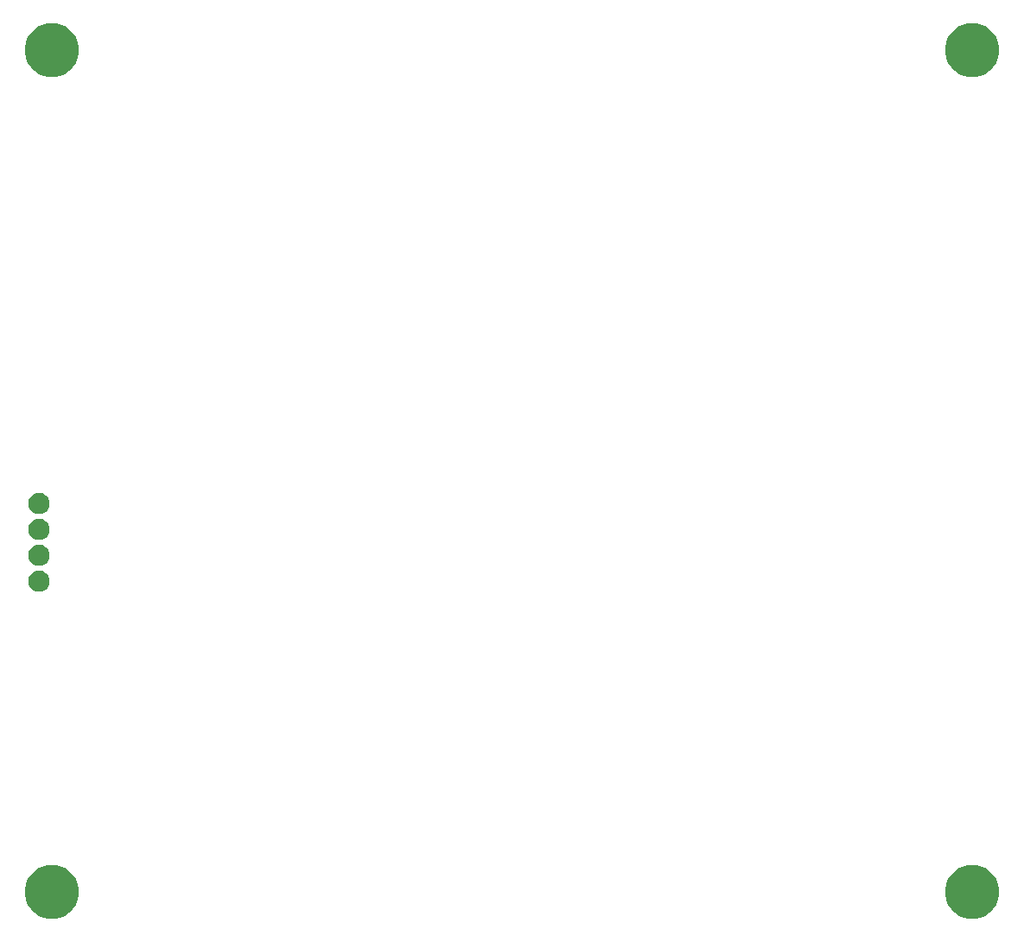
<source format=gbr>
G04 #@! TF.GenerationSoftware,KiCad,Pcbnew,(5.0.2)-1*
G04 #@! TF.CreationDate,2020-07-15T14:53:40-05:00*
G04 #@! TF.ProjectId,ProximityTankOne_Square7Turns,50726f78-696d-4697-9479-54616e6b4f6e,V1*
G04 #@! TF.SameCoordinates,Original*
G04 #@! TF.FileFunction,Soldermask,Bot*
G04 #@! TF.FilePolarity,Negative*
%FSLAX46Y46*%
G04 Gerber Fmt 4.6, Leading zero omitted, Abs format (unit mm)*
G04 Created by KiCad (PCBNEW (5.0.2)-1) date 7/15/2020 2:53:40 PM*
%MOMM*%
%LPD*%
G01*
G04 APERTURE LIST*
%ADD10C,0.100000*%
G04 APERTURE END LIST*
D10*
G36*
X29006791Y-108508156D02*
X29348212Y-108576069D01*
X29830623Y-108775890D01*
X30264788Y-109065990D01*
X30634010Y-109435212D01*
X30924110Y-109869377D01*
X31123931Y-110351788D01*
X31225800Y-110863920D01*
X31225800Y-111386080D01*
X31123931Y-111898212D01*
X30924110Y-112380623D01*
X30634010Y-112814788D01*
X30264788Y-113184010D01*
X29830623Y-113474110D01*
X29348212Y-113673931D01*
X29006791Y-113741844D01*
X28836081Y-113775800D01*
X28313919Y-113775800D01*
X28143209Y-113741844D01*
X27801788Y-113673931D01*
X27319377Y-113474110D01*
X26885212Y-113184010D01*
X26515990Y-112814788D01*
X26225890Y-112380623D01*
X26026069Y-111898212D01*
X25924200Y-111386080D01*
X25924200Y-110863920D01*
X26026069Y-110351788D01*
X26225890Y-109869377D01*
X26515990Y-109435212D01*
X26885212Y-109065990D01*
X27319377Y-108775890D01*
X27801788Y-108576069D01*
X28143209Y-108508156D01*
X28313919Y-108474200D01*
X28836081Y-108474200D01*
X29006791Y-108508156D01*
X29006791Y-108508156D01*
G37*
G36*
X119176791Y-108508156D02*
X119518212Y-108576069D01*
X120000623Y-108775890D01*
X120434788Y-109065990D01*
X120804010Y-109435212D01*
X121094110Y-109869377D01*
X121293931Y-110351788D01*
X121395800Y-110863920D01*
X121395800Y-111386080D01*
X121293931Y-111898212D01*
X121094110Y-112380623D01*
X120804010Y-112814788D01*
X120434788Y-113184010D01*
X120000623Y-113474110D01*
X119518212Y-113673931D01*
X119176791Y-113741844D01*
X119006081Y-113775800D01*
X118483919Y-113775800D01*
X118313209Y-113741844D01*
X117971788Y-113673931D01*
X117489377Y-113474110D01*
X117055212Y-113184010D01*
X116685990Y-112814788D01*
X116395890Y-112380623D01*
X116196069Y-111898212D01*
X116094200Y-111386080D01*
X116094200Y-110863920D01*
X116196069Y-110351788D01*
X116395890Y-109869377D01*
X116685990Y-109435212D01*
X117055212Y-109065990D01*
X117489377Y-108775890D01*
X117971788Y-108576069D01*
X118313209Y-108508156D01*
X118483919Y-108474200D01*
X119006081Y-108474200D01*
X119176791Y-108508156D01*
X119176791Y-108508156D01*
G37*
G36*
X27608766Y-79643620D02*
X27798286Y-79722122D01*
X27798288Y-79722123D01*
X27968854Y-79836092D01*
X28113908Y-79981146D01*
X28227877Y-80151712D01*
X28306380Y-80341235D01*
X28346400Y-80542431D01*
X28346400Y-80747569D01*
X28306380Y-80948765D01*
X28227877Y-81138288D01*
X28113908Y-81308854D01*
X27968854Y-81453908D01*
X27798288Y-81567877D01*
X27798287Y-81567878D01*
X27798286Y-81567878D01*
X27608766Y-81646380D01*
X27407569Y-81686400D01*
X27202431Y-81686400D01*
X27001234Y-81646380D01*
X26811714Y-81567878D01*
X26811713Y-81567878D01*
X26811712Y-81567877D01*
X26641146Y-81453908D01*
X26496092Y-81308854D01*
X26382123Y-81138288D01*
X26303620Y-80948765D01*
X26263600Y-80747569D01*
X26263600Y-80542431D01*
X26303620Y-80341235D01*
X26382123Y-80151712D01*
X26496092Y-79981146D01*
X26641146Y-79836092D01*
X26811712Y-79722123D01*
X26811714Y-79722122D01*
X27001234Y-79643620D01*
X27202431Y-79603600D01*
X27407569Y-79603600D01*
X27608766Y-79643620D01*
X27608766Y-79643620D01*
G37*
G36*
X27608766Y-77103620D02*
X27798286Y-77182122D01*
X27798288Y-77182123D01*
X27968854Y-77296092D01*
X28113908Y-77441146D01*
X28227877Y-77611712D01*
X28306380Y-77801235D01*
X28346400Y-78002431D01*
X28346400Y-78207569D01*
X28306380Y-78408765D01*
X28227877Y-78598288D01*
X28113908Y-78768854D01*
X27968854Y-78913908D01*
X27798288Y-79027877D01*
X27798287Y-79027878D01*
X27798286Y-79027878D01*
X27608766Y-79106380D01*
X27407569Y-79146400D01*
X27202431Y-79146400D01*
X27001234Y-79106380D01*
X26811714Y-79027878D01*
X26811713Y-79027878D01*
X26811712Y-79027877D01*
X26641146Y-78913908D01*
X26496092Y-78768854D01*
X26382123Y-78598288D01*
X26303620Y-78408765D01*
X26263600Y-78207569D01*
X26263600Y-78002431D01*
X26303620Y-77801235D01*
X26382123Y-77611712D01*
X26496092Y-77441146D01*
X26641146Y-77296092D01*
X26811712Y-77182123D01*
X26811714Y-77182122D01*
X27001234Y-77103620D01*
X27202431Y-77063600D01*
X27407569Y-77063600D01*
X27608766Y-77103620D01*
X27608766Y-77103620D01*
G37*
G36*
X27608766Y-74563620D02*
X27798286Y-74642122D01*
X27798288Y-74642123D01*
X27968854Y-74756092D01*
X28113908Y-74901146D01*
X28227877Y-75071712D01*
X28306380Y-75261235D01*
X28346400Y-75462431D01*
X28346400Y-75667569D01*
X28306380Y-75868765D01*
X28227877Y-76058288D01*
X28113908Y-76228854D01*
X27968854Y-76373908D01*
X27798288Y-76487877D01*
X27798287Y-76487878D01*
X27798286Y-76487878D01*
X27608766Y-76566380D01*
X27407569Y-76606400D01*
X27202431Y-76606400D01*
X27001234Y-76566380D01*
X26811714Y-76487878D01*
X26811713Y-76487878D01*
X26811712Y-76487877D01*
X26641146Y-76373908D01*
X26496092Y-76228854D01*
X26382123Y-76058288D01*
X26303620Y-75868765D01*
X26263600Y-75667569D01*
X26263600Y-75462431D01*
X26303620Y-75261235D01*
X26382123Y-75071712D01*
X26496092Y-74901146D01*
X26641146Y-74756092D01*
X26811712Y-74642123D01*
X26811714Y-74642122D01*
X27001234Y-74563620D01*
X27202431Y-74523600D01*
X27407569Y-74523600D01*
X27608766Y-74563620D01*
X27608766Y-74563620D01*
G37*
G36*
X27608766Y-72023620D02*
X27798286Y-72102122D01*
X27798288Y-72102123D01*
X27968854Y-72216092D01*
X28113908Y-72361146D01*
X28227877Y-72531712D01*
X28306380Y-72721235D01*
X28346400Y-72922431D01*
X28346400Y-73127569D01*
X28306380Y-73328765D01*
X28227877Y-73518288D01*
X28113908Y-73688854D01*
X27968854Y-73833908D01*
X27798288Y-73947877D01*
X27798287Y-73947878D01*
X27798286Y-73947878D01*
X27608766Y-74026380D01*
X27407569Y-74066400D01*
X27202431Y-74066400D01*
X27001234Y-74026380D01*
X26811714Y-73947878D01*
X26811713Y-73947878D01*
X26811712Y-73947877D01*
X26641146Y-73833908D01*
X26496092Y-73688854D01*
X26382123Y-73518288D01*
X26303620Y-73328765D01*
X26263600Y-73127569D01*
X26263600Y-72922431D01*
X26303620Y-72721235D01*
X26382123Y-72531712D01*
X26496092Y-72361146D01*
X26641146Y-72216092D01*
X26811712Y-72102123D01*
X26811714Y-72102122D01*
X27001234Y-72023620D01*
X27202431Y-71983600D01*
X27407569Y-71983600D01*
X27608766Y-72023620D01*
X27608766Y-72023620D01*
G37*
G36*
X119176791Y-25958156D02*
X119518212Y-26026069D01*
X120000623Y-26225890D01*
X120434788Y-26515990D01*
X120804010Y-26885212D01*
X121094110Y-27319377D01*
X121293931Y-27801788D01*
X121395800Y-28313920D01*
X121395800Y-28836080D01*
X121293931Y-29348212D01*
X121094110Y-29830623D01*
X120804010Y-30264788D01*
X120434788Y-30634010D01*
X120000623Y-30924110D01*
X119518212Y-31123931D01*
X119176791Y-31191844D01*
X119006081Y-31225800D01*
X118483919Y-31225800D01*
X118313209Y-31191844D01*
X117971788Y-31123931D01*
X117489377Y-30924110D01*
X117055212Y-30634010D01*
X116685990Y-30264788D01*
X116395890Y-29830623D01*
X116196069Y-29348212D01*
X116094200Y-28836080D01*
X116094200Y-28313920D01*
X116196069Y-27801788D01*
X116395890Y-27319377D01*
X116685990Y-26885212D01*
X117055212Y-26515990D01*
X117489377Y-26225890D01*
X117971788Y-26026069D01*
X118313209Y-25958156D01*
X118483919Y-25924200D01*
X119006081Y-25924200D01*
X119176791Y-25958156D01*
X119176791Y-25958156D01*
G37*
G36*
X29006791Y-25958156D02*
X29348212Y-26026069D01*
X29830623Y-26225890D01*
X30264788Y-26515990D01*
X30634010Y-26885212D01*
X30924110Y-27319377D01*
X31123931Y-27801788D01*
X31225800Y-28313920D01*
X31225800Y-28836080D01*
X31123931Y-29348212D01*
X30924110Y-29830623D01*
X30634010Y-30264788D01*
X30264788Y-30634010D01*
X29830623Y-30924110D01*
X29348212Y-31123931D01*
X29006791Y-31191844D01*
X28836081Y-31225800D01*
X28313919Y-31225800D01*
X28143209Y-31191844D01*
X27801788Y-31123931D01*
X27319377Y-30924110D01*
X26885212Y-30634010D01*
X26515990Y-30264788D01*
X26225890Y-29830623D01*
X26026069Y-29348212D01*
X25924200Y-28836080D01*
X25924200Y-28313920D01*
X26026069Y-27801788D01*
X26225890Y-27319377D01*
X26515990Y-26885212D01*
X26885212Y-26515990D01*
X27319377Y-26225890D01*
X27801788Y-26026069D01*
X28143209Y-25958156D01*
X28313919Y-25924200D01*
X28836081Y-25924200D01*
X29006791Y-25958156D01*
X29006791Y-25958156D01*
G37*
M02*

</source>
